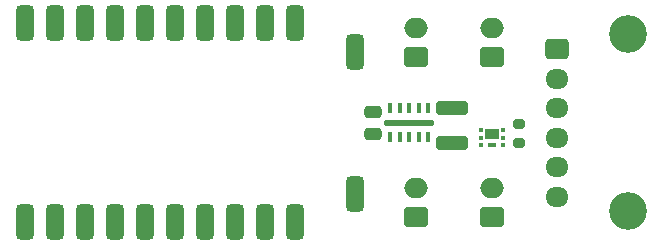
<source format=gbr>
%TF.GenerationSoftware,KiCad,Pcbnew,5.99.0-unknown-7ef9082c86~117~ubuntu18.04.1*%
%TF.CreationDate,2021-03-11T22:58:14+01:00*%
%TF.ProjectId,TSDZ2_nrf_module_board,5453445a-325f-46e7-9266-5f6d6f64756c,rev?*%
%TF.SameCoordinates,Original*%
%TF.FileFunction,Soldermask,Bot*%
%TF.FilePolarity,Negative*%
%FSLAX46Y46*%
G04 Gerber Fmt 4.6, Leading zero omitted, Abs format (unit mm)*
G04 Created by KiCad (PCBNEW 5.99.0-unknown-7ef9082c86~117~ubuntu18.04.1) date 2021-03-11 22:58:14*
%MOMM*%
%LPD*%
G01*
G04 APERTURE LIST*
G04 Aperture macros list*
%AMRoundRect*
0 Rectangle with rounded corners*
0 $1 Rounding radius*
0 $2 $3 $4 $5 $6 $7 $8 $9 X,Y pos of 4 corners*
0 Add a 4 corners polygon primitive as box body*
4,1,4,$2,$3,$4,$5,$6,$7,$8,$9,$2,$3,0*
0 Add four circle primitives for the rounded corners*
1,1,$1+$1,$2,$3*
1,1,$1+$1,$4,$5*
1,1,$1+$1,$6,$7*
1,1,$1+$1,$8,$9*
0 Add four rect primitives between the rounded corners*
20,1,$1+$1,$2,$3,$4,$5,0*
20,1,$1+$1,$4,$5,$6,$7,0*
20,1,$1+$1,$6,$7,$8,$9,0*
20,1,$1+$1,$8,$9,$2,$3,0*%
G04 Aperture macros list end*
%ADD10RoundRect,0.200000X0.275000X-0.200000X0.275000X0.200000X-0.275000X0.200000X-0.275000X-0.200000X0*%
%ADD11RoundRect,0.250000X-0.475000X0.250000X-0.475000X-0.250000X0.475000X-0.250000X0.475000X0.250000X0*%
%ADD12C,3.200000*%
%ADD13RoundRect,0.250000X0.750000X-0.600000X0.750000X0.600000X-0.750000X0.600000X-0.750000X-0.600000X0*%
%ADD14O,2.000000X1.700000*%
%ADD15RoundRect,0.066800X-0.133200X0.358200X-0.133200X-0.358200X0.133200X-0.358200X0.133200X0.358200X0*%
%ADD16RoundRect,0.062500X2.037500X0.187500X-2.037500X0.187500X-2.037500X-0.187500X2.037500X-0.187500X0*%
%ADD17RoundRect,0.250000X-0.725000X0.600000X-0.725000X-0.600000X0.725000X-0.600000X0.725000X0.600000X0*%
%ADD18O,1.950000X1.700000*%
%ADD19R,0.425000X0.400000*%
%ADD20R,1.150000X0.950000*%
%ADD21R,0.750000X0.300000*%
%ADD22RoundRect,0.250000X-1.100000X0.325000X-1.100000X-0.325000X1.100000X-0.325000X1.100000X0.325000X0*%
%ADD23RoundRect,0.377000X-0.377000X1.131000X-0.377000X-1.131000X0.377000X-1.131000X0.377000X1.131000X0*%
G04 APERTURE END LIST*
D10*
%TO.C,R1*%
X92300000Y-70075000D03*
X92300000Y-71725000D03*
%TD*%
D11*
%TO.C,C2*%
X79950000Y-70950000D03*
X79950000Y-69050000D03*
%TD*%
D12*
%TO.C,REF\u002A\u002A*%
X101500000Y-62500000D03*
%TD*%
%TO.C,REF\u002A\u002A*%
X101500000Y-77500000D03*
%TD*%
D13*
%TO.C,SW4*%
X83575000Y-64450000D03*
D14*
X83575000Y-61950000D03*
%TD*%
D15*
%TO.C,U2*%
X81400000Y-68775000D03*
X82200000Y-68775000D03*
X83000000Y-68775000D03*
X83800000Y-68775000D03*
X84600000Y-68775000D03*
X84600000Y-71225000D03*
X83800000Y-71225000D03*
X83000000Y-71225000D03*
X82200000Y-71225000D03*
X81400000Y-71225000D03*
D16*
X83000000Y-70000000D03*
%TD*%
D13*
%TO.C,SW1*%
X90000000Y-78000000D03*
D14*
X90000000Y-75500000D03*
%TD*%
D17*
%TO.C,J1*%
X95550000Y-63750000D03*
D18*
X95550000Y-66250000D03*
X95550000Y-68750000D03*
X95550000Y-71250000D03*
X95550000Y-73750000D03*
X95550000Y-76250000D03*
%TD*%
D13*
%TO.C,SW2*%
X90000000Y-64450000D03*
D14*
X90000000Y-61950000D03*
%TD*%
D19*
%TO.C,Q1*%
X90937500Y-70600000D03*
X90937500Y-71250000D03*
X90937500Y-71900000D03*
X89062500Y-71900000D03*
X89062500Y-71250000D03*
X89062500Y-70600000D03*
D20*
X90000000Y-70925000D03*
D21*
X90000000Y-71900000D03*
%TD*%
D22*
%TO.C,C1*%
X86600000Y-68725000D03*
X86600000Y-71675000D03*
%TD*%
D13*
%TO.C,SW3*%
X83600000Y-78000000D03*
D14*
X83600000Y-75500000D03*
%TD*%
D23*
%TO.C,U1*%
X60638000Y-61580000D03*
X55525000Y-78420000D03*
X52985000Y-78420000D03*
X73305000Y-78420000D03*
X70765000Y-78420000D03*
X68225000Y-78420000D03*
X65685000Y-78420000D03*
X63145000Y-78420000D03*
X60605000Y-78420000D03*
X63178000Y-61580000D03*
X65718000Y-61580000D03*
X58065000Y-78420000D03*
X53018000Y-61580000D03*
X55558000Y-61580000D03*
X58098000Y-61580000D03*
X50445000Y-78420000D03*
X50478000Y-61580000D03*
X68258000Y-61580000D03*
X70798000Y-61580000D03*
X78385000Y-63993000D03*
X78385000Y-76007000D03*
X73338000Y-61580000D03*
%TD*%
M02*

</source>
